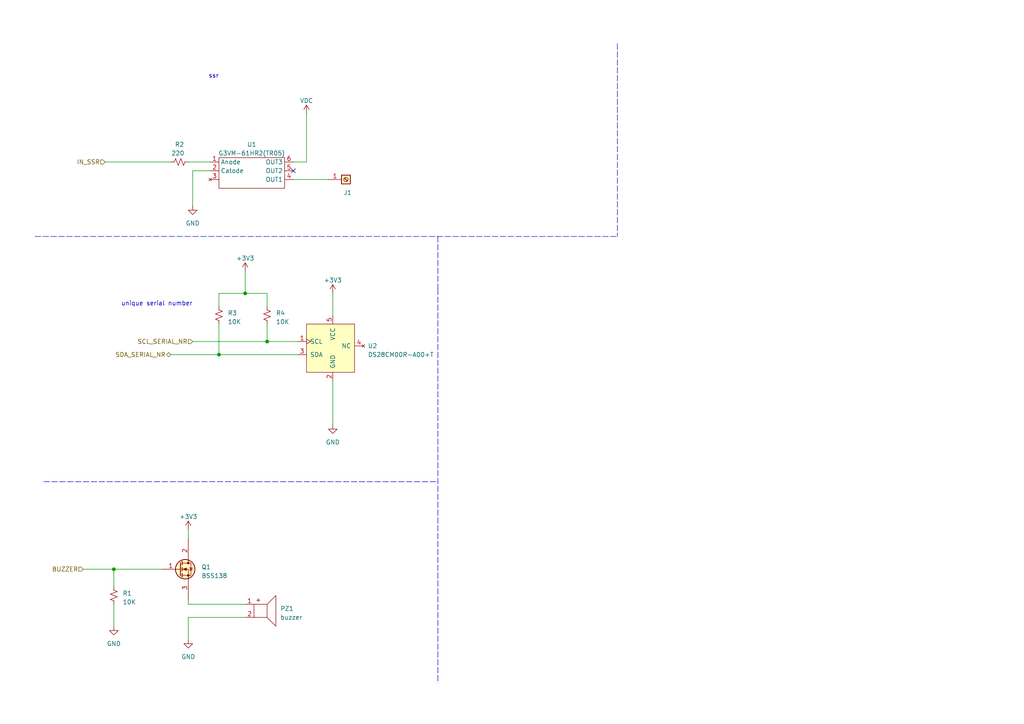
<source format=kicad_sch>
(kicad_sch (version 20210126) (generator eeschema)
  (paper "A4")
  (lib_symbols
    (symbol "Connector:Screw_Terminal_01x01" (pin_names (offset 1.016) hide)
      (property "Reference" "J" (at 0 2.54 0))
      (property "Value" "Screw_Terminal_01x01" (at 0 -2.54 0))
      (symbol "Screw_Terminal_01x01_1_1"
        (circle (center 0 0) (radius 0.635) (stroke (width 0.1524)))
        (rectangle (start -1.27 1.27) (end 1.27 -1.27) (stroke (width 0.254)) (fill (type background)))
        (polyline (pts (xy -0.5334 0.3302) (xy 0.3302 -0.508)) (stroke (width 0.1524)))
        (polyline (pts (xy -0.3556 0.508) (xy 0.508 -0.3302)) (stroke (width 0.1524)))
        (pin passive line (at -5.08 0 0) (length 3.81) (name "Pin_1") (number "1"))
      )
    )
    (symbol "Device:R_Small_US" (pin_numbers hide) (pin_names (offset 0.254) hide)
      (property "Reference" "R" (at 0.762 0.508 0))
      (property "Value" "R_Small_US" (at 0.762 -1.016 0))
      (symbol "R_Small_US_1_1"
        (polyline (pts (xy 0 0) (xy 1.016 -0.381) (xy 0 -0.762) (xy -1.016 -1.143) (xy 0 -1.524)))
        (polyline (pts (xy 0 1.524) (xy 1.016 1.143) (xy 0 0.762) (xy -1.016 0.381) (xy 0 0)))
        (pin passive line (at 0 2.54 270) (length 1.016) (name "~") (number "1"))
        (pin passive line (at 0 -2.54 90) (length 1.016) (name "~") (number "2"))
      )
    )
    (symbol "Halfgelijders:BSS138"
      (property "Reference" "Q" (at 4.445 0 0))
      (property "Value" "BSS138" (at -4.445 3.175 0))
      (symbol "BSS138_1_1"
        (circle (center 1.27 -1.778) (radius 0.2794) (fill (type outline)))
        (circle (center 1.27 1.778) (radius 0.2794) (fill (type outline)))
        (circle (center 0.381 0) (radius 2.8194) (stroke (width 0.254)) (fill (type background)))
        (polyline (pts (xy -1.2192 0) (xy -1.016 0)))
        (polyline (pts (xy -0.508 -1.778) (xy 1.27 -1.778)))
        (polyline (pts (xy -0.508 -1.27) (xy -0.508 -2.286)) (stroke (width 0.254)))
        (polyline (pts (xy -0.508 0) (xy 1.27 0)))
        (polyline (pts (xy -0.508 0.508) (xy -0.508 -0.508)) (stroke (width 0.254)))
        (polyline (pts (xy -0.508 1.778) (xy 1.27 1.778)))
        (polyline (pts (xy -0.508 2.286) (xy -0.508 1.27)) (stroke (width 0.254)))
        (polyline (pts (xy 1.27 -1.778) (xy 1.27 -2.54)))
        (polyline (pts (xy 1.27 -1.778) (xy 1.27 0)))
        (polyline (pts (xy 1.27 2.54) (xy 1.27 1.778)))
        (polyline (pts (xy -1.016 1.905) (xy -1.016 -1.905) (xy -1.016 -1.905)) (stroke (width 0.254)))
        (polyline (pts (xy 1.27 -1.778) (xy 2.032 -1.778) (xy 2.032 1.778) (xy 1.27 1.778)))
        (polyline (pts (xy 1.524 0.508) (xy 1.651 0.381) (xy 2.413 0.381) (xy 2.54 0.254)))
        (polyline (pts (xy 2.032 0.381) (xy 1.651 -0.254) (xy 2.413 -0.254) (xy 2.032 0.381)))
        (polyline (pts (xy -0.254 0) (xy 0.762 0.381) (xy 0.762 -0.381) (xy -0.254 0)) (fill (type outline)))
        (pin input line (at -6.35 0 0) (length 5.08) (name "~") (number "1"))
        (pin unspecified line (at 1.27 8.89 270) (length 7.01) (name "~") (number "2"))
        (pin passive line (at 1.27 -8.89 90) (length 7.0104) (name "~") (number "3"))
      )
    )
    (symbol "Halfgelijders:DS28CM00R-A00+T" (pin_names (offset 1.016))
      (property "Reference" "U" (at 0 1.27 0))
      (property "Value" "DS28CM00R-A00+T" (at -17.78 6.35 0))
      (symbol "DS28CM00R-A00+T_0_1"
        (rectangle (start -7.62 7.62) (end 6.35 -6.35) (fill (type background)))
      )
      (symbol "DS28CM00R-A00+T_1_1"
        (pin input clock (at -10.16 2.54 0) (length 2.54) (name "SCL") (number "1"))
        (pin power_out line (at 0 -8.89 90) (length 2.54) (name "GND") (number "2"))
        (pin bidirectional line (at -10.16 -1.27 0) (length 2.54) (name "SDA") (number "3"))
        (pin no_connect line (at 8.89 1.27 180) (length 2.54) (name "NC") (number "4"))
        (pin power_in line (at 0 10.16 270) (length 2.54) (name "VCC") (number "5"))
      )
    )
    (symbol "Halfgelijders:G3VM-61HR2(TR05)"
      (property "Reference" "U" (at 1.27 -5.08 0))
      (property "Value" "G3VM-61HR2(TR05)" (at 8.89 -10.16 0))
      (symbol "G3VM-61HR2(TR05)_0_1"
        (rectangle (start 0 1.27) (end 19.05 -7.62) (stroke (width 0.1524)))
      )
      (symbol "G3VM-61HR2(TR05)_1_1"
        (pin input line (at -2.54 0 0) (length 2.54) (name "Anode") (number "1"))
        (pin output line (at -2.54 -2.54 0) (length 2.54) (name "Catode") (number "2"))
        (pin no_connect line (at -2.54 -5.08 0) (length 2.54) (name "") (number "3"))
        (pin output line (at 21.59 -5.08 180) (length 2.54) (name "OUT1") (number "4"))
        (pin output line (at 21.59 -2.54 180) (length 2.54) (name "OUT2") (number "5"))
        (pin output line (at 21.59 0 180) (length 2.54) (name "OUT3") (number "6"))
      )
    )
    (symbol "power:+3V3" (power) (pin_names (offset 0))
      (property "Value" "+3V3" (at 0 3.556 0))
      (symbol "+3V3_0_1"
        (polyline (pts (xy -0.762 1.27) (xy 0 2.54)))
        (polyline (pts (xy 0 0) (xy 0 2.54)))
        (polyline (pts (xy 0 2.54) (xy 0.762 1.27)))
      )
      (symbol "+3V3_1_1"
        (pin power_in line (at 0 0 90) (length 0) hide (name "+3V3") (number "1"))
      )
    )
    (symbol "power:GND" (power) (pin_names (offset 0))
      (property "Value" "GND" (at 0 -3.81 0))
      (symbol "GND_0_1"
        (polyline (pts (xy 0 0) (xy 0 -1.27) (xy 1.27 -1.27) (xy 0 -2.54) (xy -1.27 -1.27) (xy 0 -1.27)))
      )
      (symbol "GND_1_1"
        (pin power_in line (at 0 0 270) (length 0) hide (name "GND") (number "1"))
      )
    )
    (symbol "power:VDC" (power) (pin_names (offset 0))
      (property "Value" "VDC" (at 0 6.35 0))
      (symbol "VDC_0_1"
        (polyline (pts (xy -0.762 1.27) (xy 0 2.54)))
        (polyline (pts (xy 0 0) (xy 0 2.54)))
        (polyline (pts (xy 0 2.54) (xy 0.762 1.27)))
      )
      (symbol "VDC_1_1"
        (pin power_in line (at 0 0 90) (length 0) hide (name "VDC") (number "1"))
      )
    )
    (symbol "vanalles:buzzer" (pin_names (offset 1.016))
      (property "Reference" "PZ" (at 5.08 7.62 0))
      (property "Value" "buzzer" (at 0 7.62 0))
      (symbol "buzzer_0_0"
        (text "+" (at 1.27 1.27 0) (effects (font (size 1.27 1.27))))
        (polyline (pts (xy 3.81 -3.81) (xy 6.35 -6.35)))
        (polyline (pts (xy 6.35 -5.08) (xy 6.35 -6.35)))
        (polyline (pts (xy 3.81 0) (xy 6.35 2.54) (xy 6.35 -5.08)))
      )
      (symbol "buzzer_0_1"
        (rectangle (start 0 0) (end 3.81 -3.81))
      )
      (symbol "buzzer_1_1"
        (pin unspecified line (at -2.54 0 0) (length 2.54) (name "~") (number "1"))
        (pin unspecified line (at -2.54 -3.81 0) (length 2.54) (name "~") (number "2"))
      )
    )
  )
  (junction (at 33.02 165.1) (diameter 0.9144))
  (junction (at 63.5 102.87) (diameter 0.9144))
  (junction (at 71.12 85.09) (diameter 0.9144))
  (junction (at 77.47 99.06) (diameter 0.9144))
  (no_connect (at 85.09 49.53))
  (wire (pts (xy 24.13 165.1) (xy 33.02 165.1)))
  (wire (pts (xy 30.48 46.99) (xy 49.53 46.99)))
  (wire (pts (xy 33.02 165.1) (xy 46.99 165.1)))
  (wire (pts (xy 33.02 170.18) (xy 33.02 165.1)))
  (wire (pts (xy 33.02 175.26) (xy 33.02 181.61)))
  (wire (pts (xy 49.53 102.87) (xy 63.5 102.87)))
  (wire (pts (xy 54.61 46.99) (xy 60.96 46.99)))
  (wire (pts (xy 54.61 153.67) (xy 54.61 156.21)))
  (wire (pts (xy 54.61 173.99) (xy 54.61 175.26)))
  (wire (pts (xy 54.61 175.26) (xy 71.12 175.26)))
  (wire (pts (xy 54.61 179.07) (xy 54.61 185.42)))
  (wire (pts (xy 55.88 49.53) (xy 55.88 59.69)))
  (wire (pts (xy 55.88 49.53) (xy 60.96 49.53)))
  (wire (pts (xy 55.88 99.06) (xy 77.47 99.06)))
  (wire (pts (xy 63.5 85.09) (xy 71.12 85.09)))
  (wire (pts (xy 63.5 88.9) (xy 63.5 85.09)))
  (wire (pts (xy 63.5 93.98) (xy 63.5 102.87)))
  (wire (pts (xy 63.5 102.87) (xy 86.36 102.87)))
  (wire (pts (xy 71.12 78.74) (xy 71.12 85.09)))
  (wire (pts (xy 71.12 85.09) (xy 77.47 85.09)))
  (wire (pts (xy 71.12 179.07) (xy 54.61 179.07)))
  (wire (pts (xy 77.47 85.09) (xy 77.47 88.9)))
  (wire (pts (xy 77.47 93.98) (xy 77.47 99.06)))
  (wire (pts (xy 77.47 99.06) (xy 86.36 99.06)))
  (wire (pts (xy 85.09 46.99) (xy 88.9 46.99)))
  (wire (pts (xy 85.09 52.07) (xy 95.25 52.07)))
  (wire (pts (xy 88.9 33.02) (xy 88.9 46.99)))
  (wire (pts (xy 96.52 85.09) (xy 96.52 91.44)))
  (wire (pts (xy 96.52 110.49) (xy 96.52 123.19)))
  (polyline (pts (xy 10.16 68.58) (xy 179.07 68.58)) (stroke (width 0) (type dash)))
  (polyline (pts (xy 12.7 139.7) (xy 127 139.7)) (stroke (width 0) (type dash)))
  (polyline (pts (xy 127 68.58) (xy 127 83.82)) (stroke (width 0) (type dash)))
  (polyline (pts (xy 127 83.82) (xy 127 198.12)) (stroke (width 0) (type dash)))
  (polyline (pts (xy 179.07 12.7) (xy 179.07 68.58)) (stroke (width 0) (type dash)))
  (text "unique serial number\n" (at 55.88 88.9 180) (effects (font (size 1.27 1.27)) (justify right bottom)))
  (text "ssr\n" (at 63.5 22.86 180) (effects (font (size 1.27 1.27)) (justify right bottom)))
  (hierarchical_label "BUZZER" (shape input) (at 24.13 165.1 180))
  (hierarchical_label "IN_SSR" (shape input) (at 30.48 46.99 180))
  (hierarchical_label "SDA_SERIAL_NR" (shape bidirectional) (at 49.53 102.87 180))
  (hierarchical_label "SCL_SERIAL_NR" (shape input) (at 55.88 99.06 180))
  (symbol (lib_id "power:+3V3") (at 54.61 153.67 0) (unit 1)
    (property "Reference" "#PWR0110" (effects hide))
    (property "Value" "+3V3" (at 54.61 149.86 0))
  )
  (symbol (lib_id "power:+3V3") (at 71.12 78.74 0) (unit 1)
    (property "Reference" "#PWR0105" (effects hide))
    (property "Value" "+3V3" (at 71.12 74.93 0))
  )
  (symbol (lib_id "power:VDC") (at 88.9 33.02 0) (unit 1)
    (property "Reference" "#PWR0104" (effects hide))
    (property "Value" "VDC" (at 88.9 29.21 0))
  )
  (symbol (lib_id "power:+3V3") (at 96.52 85.09 0) (unit 1)
    (property "Reference" "#PWR0106" (effects hide))
    (property "Value" "+3V3" (at 96.52 81.28 0))
  )
  (symbol (lib_id "power:GND") (at 33.02 181.61 0) (unit 1)
    (property "Reference" "#PWR0109" (effects hide))
    (property "Value" "GND" (at 33.02 186.69 0))
  )
  (symbol (lib_id "power:GND") (at 54.61 185.42 0) (unit 1)
    (property "Reference" "#PWR0108" (effects hide))
    (property "Value" "GND" (at 54.61 190.5 0))
  )
  (symbol (lib_id "power:GND") (at 55.88 59.69 0) (unit 1)
    (property "Reference" "#PWR0103" (effects hide))
    (property "Value" "GND" (at 55.88 64.77 0))
  )
  (symbol (lib_id "power:GND") (at 96.52 123.19 0) (unit 1)
    (property "Reference" "#PWR0107" (effects hide))
    (property "Value" "GND" (at 96.52 128.27 0))
  )
  (symbol (lib_id "Device:R_Small_US") (at 33.02 172.72 0) (unit 1)
    (property "Reference" "R1" (at 35.56 172.0849 0) (effects (justify left)))
    (property "Value" "10K" (at 35.56 174.6249 0) (effects (justify left)))
    (property "Footprint" "vanalles:0402" (effects hide))
  )
  (symbol (lib_id "Device:R_Small_US") (at 52.07 46.99 90) (unit 1)
    (property "Reference" "R2" (at 52.07 41.91 90))
    (property "Value" "220 " (at 52.07 44.45 90))
    (property "Footprint" "vanalles:0402" (effects hide))
  )
  (symbol (lib_id "Device:R_Small_US") (at 63.5 91.44 0) (unit 1)
    (property "Reference" "R3" (at 66.04 90.8049 0) (effects (justify left)))
    (property "Value" "10K" (at 66.04 93.3449 0) (effects (justify left)))
    (property "Footprint" "vanalles:0402" (effects hide))
  )
  (symbol (lib_id "Device:R_Small_US") (at 77.47 91.44 0) (unit 1)
    (property "Reference" "R4" (at 80.01 90.8049 0) (effects (justify left)))
    (property "Value" "10K" (at 80.01 93.3449 0) (effects (justify left)))
    (property "Footprint" "vanalles:0402" (effects hide))
  )
  (symbol (lib_id "Connector:Screw_Terminal_01x01") (at 100.33 52.07 0) (unit 1)
    (property "Reference" "J1" (at 100.838 55.88 0))
    (property "Value" "Screw_Terminal_01x01" (effects hide))
    (property "Footprint" "connectors_user:smd screw terminal" (effects hide))
  )
  (symbol (lib_id "vanalles:buzzer") (at 73.66 175.26 0) (unit 1)
    (property "Reference" "PZ1" (at 81.28 176.5299 0) (effects (justify left)))
    (property "Value" "buzzer" (at 81.28 179.0699 0) (effects (justify left)))
    (property "Footprint" "vanalles:PROSIGNAL_ABI-017-RC" (effects hide))
  )
  (symbol (lib_id "Halfgelijders:BSS138") (at 53.34 165.1 0) (unit 1)
    (property "Reference" "Q1" (at 58.42 164.4649 0) (effects (justify left)))
    (property "Value" "BSS138" (at 58.42 167.0049 0) (effects (justify left)))
    (property "Footprint" "halfgeleiders:sot-23," (effects hide))
  )
  (symbol (lib_id "Halfgelijders:G3VM-61HR2(TR05)") (at 63.5 46.99 0) (unit 1)
    (property "Reference" "U1" (at 73.025 41.91 0))
    (property "Value" "G3VM-61HR2(TR05)" (at 73.025 44.45 0))
    (property "Footprint" "halfgeleiders:sop4 P=2.54" (effects hide))
  )
  (symbol (lib_id "Halfgelijders:DS28CM00R-A00+T") (at 96.52 101.6 0) (unit 1)
    (property "Reference" "U2" (at 106.68 100.3299 0) (effects (justify left)))
    (property "Value" "DS28CM00R-A00+T" (at 106.68 102.8699 0) (effects (justify left)))
    (property "Footprint" "halfgeleiders:SOT-25" (effects hide))
  )
)
</source>
